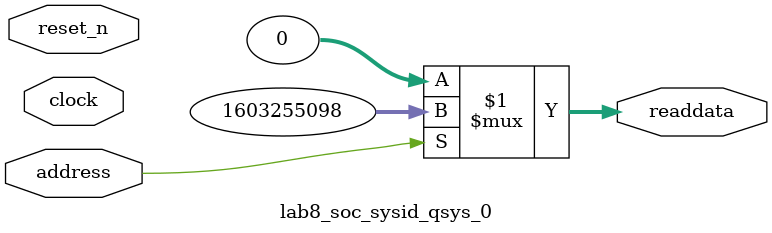
<source format=v>



// synthesis translate_off
`timescale 1ns / 1ps
// synthesis translate_on

// turn off superfluous verilog processor warnings 
// altera message_level Level1 
// altera message_off 10034 10035 10036 10037 10230 10240 10030 

module lab8_soc_sysid_qsys_0 (
               // inputs:
                address,
                clock,
                reset_n,

               // outputs:
                readdata
             )
;

  output  [ 31: 0] readdata;
  input            address;
  input            clock;
  input            reset_n;

  wire    [ 31: 0] readdata;
  //control_slave, which is an e_avalon_slave
  assign readdata = address ? 1603255098 : 0;

endmodule



</source>
